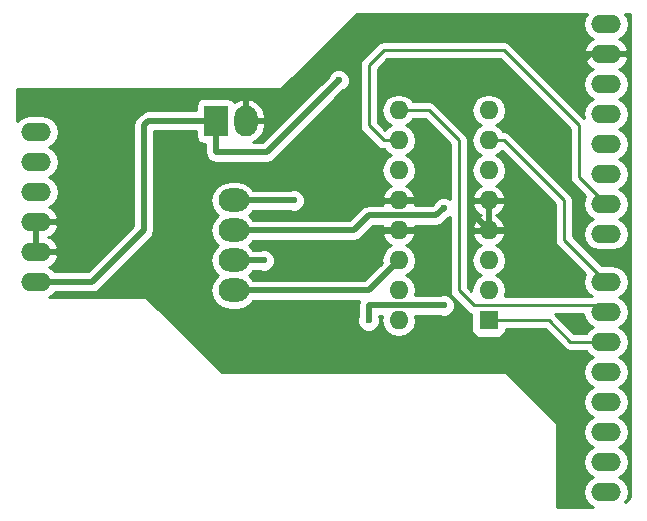
<source format=gtl>
G04 #@! TF.FileFunction,Copper,L1,Top,Signal*
%FSLAX46Y46*%
G04 Gerber Fmt 4.6, Leading zero omitted, Abs format (unit mm)*
G04 Created by KiCad (PCBNEW 4.0.6) date Wed Jun 28 23:47:14 2017*
%MOMM*%
%LPD*%
G01*
G04 APERTURE LIST*
%ADD10C,0.100000*%
%ADD11O,2.540000X1.524000*%
%ADD12R,1.600000X1.600000*%
%ADD13O,1.600000X1.600000*%
%ADD14O,2.600000X2.000000*%
%ADD15R,2.000000X2.600000*%
%ADD16O,2.000000X2.600000*%
%ADD17C,0.600000*%
%ADD18C,0.508000*%
%ADD19C,0.250000*%
%ADD20C,0.254000*%
G04 APERTURE END LIST*
D10*
D11*
X157251400Y-99606100D03*
X157251400Y-97066100D03*
X157251400Y-94526100D03*
X157251400Y-89446100D03*
X157251400Y-86906100D03*
X205511400Y-117386100D03*
X205511400Y-114846100D03*
X205511400Y-112306100D03*
X205511400Y-109766100D03*
X205511400Y-107226100D03*
X205511400Y-104686100D03*
X205511400Y-102146100D03*
X205511400Y-99606100D03*
X205511400Y-95542100D03*
X205511400Y-93002100D03*
X205511400Y-90462100D03*
X205511400Y-87922100D03*
X205511400Y-85382100D03*
X205511400Y-82842100D03*
X205511400Y-80302100D03*
X205511400Y-77762100D03*
X157251400Y-91986100D03*
D12*
X195580000Y-102870000D03*
D13*
X187960000Y-85090000D03*
X195580000Y-100330000D03*
X187960000Y-87630000D03*
X195580000Y-97790000D03*
X187960000Y-90170000D03*
X195580000Y-95250000D03*
X187960000Y-92710000D03*
X195580000Y-92710000D03*
X187960000Y-95250000D03*
X195580000Y-90170000D03*
X187960000Y-97790000D03*
X195580000Y-87630000D03*
X187960000Y-100330000D03*
X195580000Y-85090000D03*
X187960000Y-102870000D03*
D14*
X173990000Y-100330000D03*
X173990000Y-97790000D03*
X173990000Y-95250000D03*
X173990000Y-92710000D03*
D15*
X172466000Y-85979000D03*
D16*
X175006000Y-85979000D03*
D17*
X179070000Y-92710000D03*
X191770000Y-101600000D03*
X185420000Y-102870000D03*
X191770000Y-93345000D03*
X176530000Y-97790000D03*
X181610000Y-86360000D03*
X179070000Y-88900000D03*
X182880000Y-93980000D03*
X184150000Y-97790000D03*
X162560000Y-86360000D03*
X162560000Y-90170000D03*
X165100000Y-92710000D03*
X161290000Y-97790000D03*
X179705000Y-83820000D03*
X182245000Y-81280000D03*
X187325000Y-81280000D03*
X197485000Y-86360000D03*
X201930000Y-90170000D03*
X201930000Y-86995000D03*
X196215000Y-81915000D03*
X202565000Y-81915000D03*
X200025000Y-97790000D03*
X200025000Y-97790000D03*
X202565000Y-102870000D03*
X199390000Y-107950000D03*
X202565000Y-109220000D03*
X202565000Y-106045000D03*
X202565000Y-99695000D03*
X191135000Y-89535000D03*
X189865000Y-90170000D03*
X191135000Y-90805000D03*
X189865000Y-91440000D03*
X191135000Y-92075000D03*
X189865000Y-92710000D03*
X198120000Y-91440000D03*
X196850000Y-91440000D03*
X198120000Y-92710000D03*
X196850000Y-93980000D03*
X198120000Y-93980000D03*
X198120000Y-95250000D03*
X194310000Y-93980000D03*
X191135000Y-97790000D03*
X189865000Y-97790000D03*
X189865000Y-96520000D03*
X191135000Y-96520000D03*
X191135000Y-95250000D03*
X189865000Y-95250000D03*
X174625000Y-90170000D03*
X177165000Y-85725000D03*
X160020000Y-93980000D03*
X182880000Y-82550000D03*
D18*
X185420000Y-102870000D02*
X185420000Y-101600000D01*
X185420000Y-101600000D02*
X191770000Y-101600000D01*
X173990000Y-92710000D02*
X179070000Y-92710000D01*
D19*
X173990000Y-92710000D02*
X174290000Y-92710000D01*
D18*
X191135000Y-93980000D02*
X191770000Y-93345000D01*
X191135000Y-93980000D02*
X185420000Y-93980000D01*
X185420000Y-93980000D02*
X184150000Y-95250000D01*
X184150000Y-95250000D02*
X173990000Y-95250000D01*
X187960000Y-97790000D02*
X185420000Y-100330000D01*
X173990000Y-100330000D02*
X175798000Y-100330000D01*
X175798000Y-100330000D02*
X185420000Y-100330000D01*
X176530000Y-97790000D02*
X173990000Y-97790000D01*
D19*
X195580000Y-102870000D02*
X200660000Y-102870000D01*
X200660000Y-102870000D02*
X202476100Y-104686100D01*
X202476100Y-104686100D02*
X205511400Y-104686100D01*
X187960000Y-85090000D02*
X190500000Y-85090000D01*
X194310000Y-101600000D02*
X204965300Y-101600000D01*
X193040000Y-100330000D02*
X194310000Y-101600000D01*
X193040000Y-87630000D02*
X193040000Y-100330000D01*
X190500000Y-85090000D02*
X193040000Y-87630000D01*
X204965300Y-101600000D02*
X205511400Y-102146100D01*
X195580000Y-87630000D02*
X196850000Y-87630000D01*
X201930000Y-96024700D02*
X205511400Y-99606100D01*
X201930000Y-92710000D02*
X201930000Y-96024700D01*
X196850000Y-87630000D02*
X201930000Y-92710000D01*
X187960000Y-87630000D02*
X186690000Y-87630000D01*
X203200000Y-90690700D02*
X205511400Y-93002100D01*
X203200000Y-86360000D02*
X203200000Y-90690700D01*
X196850000Y-80010000D02*
X203200000Y-86360000D01*
X186690000Y-80010000D02*
X196850000Y-80010000D01*
X185420000Y-81280000D02*
X186690000Y-80010000D01*
X185420000Y-86360000D02*
X185420000Y-81280000D01*
X186690000Y-87630000D02*
X185420000Y-86360000D01*
D18*
X179070000Y-88900000D02*
X181610000Y-86360000D01*
X187960000Y-95250000D02*
X186690000Y-95250000D01*
X186690000Y-95250000D02*
X184150000Y-97790000D01*
X162560000Y-90170000D02*
X162560000Y-86360000D01*
X161290000Y-97790000D02*
X161290000Y-96520000D01*
X161290000Y-96520000D02*
X165100000Y-92710000D01*
X179705000Y-83820000D02*
X182245000Y-81280000D01*
X201930000Y-90170000D02*
X201295000Y-90170000D01*
X201295000Y-90170000D02*
X197485000Y-86360000D01*
X196850000Y-81915000D02*
X201930000Y-86995000D01*
X196215000Y-81915000D02*
X196850000Y-81915000D01*
X205511400Y-80302100D02*
X204177900Y-80302100D01*
X204177900Y-80302100D02*
X202565000Y-81915000D01*
X202565000Y-99695000D02*
X201930000Y-99695000D01*
X201930000Y-99695000D02*
X200025000Y-97790000D01*
X202565000Y-106045000D02*
X202565000Y-109220000D01*
X198120000Y-95250000D02*
X202565000Y-99695000D01*
X191135000Y-90805000D02*
X190500000Y-90805000D01*
X190500000Y-90805000D02*
X189865000Y-90170000D01*
X191135000Y-92075000D02*
X190500000Y-92075000D01*
X190500000Y-92075000D02*
X189865000Y-91440000D01*
X187960000Y-92710000D02*
X189865000Y-92710000D01*
X196850000Y-93980000D02*
X198120000Y-92710000D01*
X198120000Y-95250000D02*
X198120000Y-93980000D01*
X195580000Y-95250000D02*
X198120000Y-95250000D01*
X195580000Y-95250000D02*
X194310000Y-93980000D01*
X189865000Y-96520000D02*
X189865000Y-97790000D01*
X191135000Y-95250000D02*
X191135000Y-96520000D01*
X187960000Y-95250000D02*
X189865000Y-95250000D01*
X175006000Y-85979000D02*
X176911000Y-85979000D01*
X176911000Y-85979000D02*
X177165000Y-85725000D01*
X172466000Y-85979000D02*
X166751000Y-85979000D01*
X166751000Y-85979000D02*
X166370000Y-86360000D01*
X166370000Y-95250000D02*
X162013900Y-99606100D01*
X166370000Y-86360000D02*
X166370000Y-95250000D01*
X162013900Y-99606100D02*
X157251400Y-99606100D01*
X172466000Y-88646000D02*
X176784000Y-88646000D01*
X176784000Y-88646000D02*
X180340000Y-85090000D01*
X172466000Y-85979000D02*
X172466000Y-88646000D01*
X182880000Y-82550000D02*
X180340000Y-85090000D01*
X157251400Y-99606100D02*
X157759400Y-99606100D01*
D20*
G36*
X203675419Y-77227491D02*
X203569079Y-77762100D01*
X203675419Y-78296709D01*
X203978251Y-78749928D01*
X204414513Y-79041430D01*
X204351459Y-79060041D01*
X203925770Y-79404074D01*
X203664140Y-79884823D01*
X203649180Y-79959030D01*
X203771680Y-80175100D01*
X205384400Y-80175100D01*
X205384400Y-80155100D01*
X205638400Y-80155100D01*
X205638400Y-80175100D01*
X207251120Y-80175100D01*
X207373620Y-79959030D01*
X207358660Y-79884823D01*
X207097030Y-79404074D01*
X206671341Y-79060041D01*
X206608287Y-79041430D01*
X207044549Y-78749928D01*
X207347381Y-78296709D01*
X207453721Y-77762100D01*
X207347381Y-77227491D01*
X207135240Y-76910000D01*
X207570000Y-76910000D01*
X207570000Y-117815908D01*
X207110133Y-118275775D01*
X207347381Y-117920709D01*
X207453721Y-117386100D01*
X207347381Y-116851491D01*
X207044549Y-116398272D01*
X206622250Y-116116100D01*
X207044549Y-115833928D01*
X207347381Y-115380709D01*
X207453721Y-114846100D01*
X207347381Y-114311491D01*
X207044549Y-113858272D01*
X206622250Y-113576100D01*
X207044549Y-113293928D01*
X207347381Y-112840709D01*
X207453721Y-112306100D01*
X207347381Y-111771491D01*
X207044549Y-111318272D01*
X206622250Y-111036100D01*
X207044549Y-110753928D01*
X207347381Y-110300709D01*
X207453721Y-109766100D01*
X207347381Y-109231491D01*
X207044549Y-108778272D01*
X206622250Y-108496100D01*
X207044549Y-108213928D01*
X207347381Y-107760709D01*
X207453721Y-107226100D01*
X207347381Y-106691491D01*
X207044549Y-106238272D01*
X206622250Y-105956100D01*
X207044549Y-105673928D01*
X207347381Y-105220709D01*
X207453721Y-104686100D01*
X207347381Y-104151491D01*
X207044549Y-103698272D01*
X206622250Y-103416100D01*
X207044549Y-103133928D01*
X207347381Y-102680709D01*
X207453721Y-102146100D01*
X207347381Y-101611491D01*
X207044549Y-101158272D01*
X206622250Y-100876100D01*
X207044549Y-100593928D01*
X207347381Y-100140709D01*
X207453721Y-99606100D01*
X207347381Y-99071491D01*
X207044549Y-98618272D01*
X206591330Y-98315440D01*
X206056721Y-98209100D01*
X205189202Y-98209100D01*
X202690000Y-95709898D01*
X202690000Y-92710000D01*
X202632148Y-92419161D01*
X202467401Y-92172599D01*
X197387401Y-87092599D01*
X197140839Y-86927852D01*
X196850000Y-86870000D01*
X196792995Y-86870000D01*
X196622811Y-86615302D01*
X196240725Y-86360000D01*
X196622811Y-86104698D01*
X196933880Y-85639151D01*
X197043113Y-85090000D01*
X196933880Y-84540849D01*
X196622811Y-84075302D01*
X196157264Y-83764233D01*
X195608113Y-83655000D01*
X195551887Y-83655000D01*
X195002736Y-83764233D01*
X194537189Y-84075302D01*
X194226120Y-84540849D01*
X194116887Y-85090000D01*
X194226120Y-85639151D01*
X194537189Y-86104698D01*
X194919275Y-86360000D01*
X194537189Y-86615302D01*
X194226120Y-87080849D01*
X194116887Y-87630000D01*
X194226120Y-88179151D01*
X194537189Y-88644698D01*
X194919275Y-88900000D01*
X194537189Y-89155302D01*
X194226120Y-89620849D01*
X194116887Y-90170000D01*
X194226120Y-90719151D01*
X194537189Y-91184698D01*
X194941703Y-91454986D01*
X194724866Y-91557611D01*
X194348959Y-91972577D01*
X194188096Y-92360961D01*
X194310085Y-92583000D01*
X195453000Y-92583000D01*
X195453000Y-92563000D01*
X195707000Y-92563000D01*
X195707000Y-92583000D01*
X196849915Y-92583000D01*
X196971904Y-92360961D01*
X196811041Y-91972577D01*
X196435134Y-91557611D01*
X196218297Y-91454986D01*
X196622811Y-91184698D01*
X196933880Y-90719151D01*
X197043113Y-90170000D01*
X196933880Y-89620849D01*
X196622811Y-89155302D01*
X196240725Y-88900000D01*
X196622811Y-88644698D01*
X196689736Y-88544538D01*
X201170000Y-93024802D01*
X201170000Y-96024700D01*
X201227852Y-96315539D01*
X201392599Y-96562101D01*
X203766170Y-98935672D01*
X203675419Y-99071491D01*
X203569079Y-99606100D01*
X203675419Y-100140709D01*
X203978251Y-100593928D01*
X204346523Y-100840000D01*
X196941668Y-100840000D01*
X197043113Y-100330000D01*
X196933880Y-99780849D01*
X196622811Y-99315302D01*
X196240725Y-99060000D01*
X196622811Y-98804698D01*
X196933880Y-98339151D01*
X197043113Y-97790000D01*
X196933880Y-97240849D01*
X196622811Y-96775302D01*
X196218297Y-96505014D01*
X196435134Y-96402389D01*
X196811041Y-95987423D01*
X196971904Y-95599039D01*
X196849915Y-95377000D01*
X195707000Y-95377000D01*
X195707000Y-95397000D01*
X195453000Y-95397000D01*
X195453000Y-95377000D01*
X194310085Y-95377000D01*
X194188096Y-95599039D01*
X194348959Y-95987423D01*
X194724866Y-96402389D01*
X194941703Y-96505014D01*
X194537189Y-96775302D01*
X194226120Y-97240849D01*
X194116887Y-97790000D01*
X194226120Y-98339151D01*
X194537189Y-98804698D01*
X194919275Y-99060000D01*
X194537189Y-99315302D01*
X194226120Y-99780849D01*
X194116887Y-100330000D01*
X194117405Y-100332603D01*
X193800000Y-100015198D01*
X193800000Y-93059039D01*
X194188096Y-93059039D01*
X194348959Y-93447423D01*
X194724866Y-93862389D01*
X194973367Y-93980000D01*
X194724866Y-94097611D01*
X194348959Y-94512577D01*
X194188096Y-94900961D01*
X194310085Y-95123000D01*
X195453000Y-95123000D01*
X195453000Y-92837000D01*
X195707000Y-92837000D01*
X195707000Y-95123000D01*
X196849915Y-95123000D01*
X196971904Y-94900961D01*
X196811041Y-94512577D01*
X196435134Y-94097611D01*
X196186633Y-93980000D01*
X196435134Y-93862389D01*
X196811041Y-93447423D01*
X196971904Y-93059039D01*
X196849915Y-92837000D01*
X195707000Y-92837000D01*
X195453000Y-92837000D01*
X194310085Y-92837000D01*
X194188096Y-93059039D01*
X193800000Y-93059039D01*
X193800000Y-87630000D01*
X193742148Y-87339161D01*
X193742148Y-87339160D01*
X193577401Y-87092599D01*
X191037401Y-84552599D01*
X190790839Y-84387852D01*
X190500000Y-84330000D01*
X189172995Y-84330000D01*
X189002811Y-84075302D01*
X188537264Y-83764233D01*
X187988113Y-83655000D01*
X187931887Y-83655000D01*
X187382736Y-83764233D01*
X186917189Y-84075302D01*
X186606120Y-84540849D01*
X186496887Y-85090000D01*
X186606120Y-85639151D01*
X186917189Y-86104698D01*
X187299275Y-86360000D01*
X186917189Y-86615302D01*
X186850264Y-86715462D01*
X186180000Y-86045198D01*
X186180000Y-81594802D01*
X187004802Y-80770000D01*
X196535198Y-80770000D01*
X202440000Y-86674802D01*
X202440000Y-90690700D01*
X202497852Y-90981539D01*
X202662599Y-91228101D01*
X203766170Y-92331672D01*
X203675419Y-92467491D01*
X203569079Y-93002100D01*
X203675419Y-93536709D01*
X203978251Y-93989928D01*
X204400550Y-94272100D01*
X203978251Y-94554272D01*
X203675419Y-95007491D01*
X203569079Y-95542100D01*
X203675419Y-96076709D01*
X203978251Y-96529928D01*
X204431470Y-96832760D01*
X204966079Y-96939100D01*
X206056721Y-96939100D01*
X206591330Y-96832760D01*
X207044549Y-96529928D01*
X207347381Y-96076709D01*
X207453721Y-95542100D01*
X207347381Y-95007491D01*
X207044549Y-94554272D01*
X206622250Y-94272100D01*
X207044549Y-93989928D01*
X207347381Y-93536709D01*
X207453721Y-93002100D01*
X207347381Y-92467491D01*
X207044549Y-92014272D01*
X206622250Y-91732100D01*
X207044549Y-91449928D01*
X207347381Y-90996709D01*
X207453721Y-90462100D01*
X207347381Y-89927491D01*
X207044549Y-89474272D01*
X206622250Y-89192100D01*
X207044549Y-88909928D01*
X207347381Y-88456709D01*
X207453721Y-87922100D01*
X207347381Y-87387491D01*
X207044549Y-86934272D01*
X206622250Y-86652100D01*
X207044549Y-86369928D01*
X207347381Y-85916709D01*
X207453721Y-85382100D01*
X207347381Y-84847491D01*
X207044549Y-84394272D01*
X206622250Y-84112100D01*
X207044549Y-83829928D01*
X207347381Y-83376709D01*
X207453721Y-82842100D01*
X207347381Y-82307491D01*
X207044549Y-81854272D01*
X206608287Y-81562770D01*
X206671341Y-81544159D01*
X207097030Y-81200126D01*
X207358660Y-80719377D01*
X207373620Y-80645170D01*
X207251120Y-80429100D01*
X205638400Y-80429100D01*
X205638400Y-80449100D01*
X205384400Y-80449100D01*
X205384400Y-80429100D01*
X203771680Y-80429100D01*
X203649180Y-80645170D01*
X203664140Y-80719377D01*
X203925770Y-81200126D01*
X204351459Y-81544159D01*
X204414513Y-81562770D01*
X203978251Y-81854272D01*
X203675419Y-82307491D01*
X203569079Y-82842100D01*
X203675419Y-83376709D01*
X203978251Y-83829928D01*
X204400550Y-84112100D01*
X203978251Y-84394272D01*
X203675419Y-84847491D01*
X203569079Y-85382100D01*
X203636661Y-85721859D01*
X197387401Y-79472599D01*
X197140839Y-79307852D01*
X196850000Y-79250000D01*
X186690000Y-79250000D01*
X186399160Y-79307852D01*
X186152599Y-79472599D01*
X184882599Y-80742599D01*
X184717852Y-80989161D01*
X184660000Y-81280000D01*
X184660000Y-86360000D01*
X184717852Y-86650839D01*
X184882599Y-86897401D01*
X186152599Y-88167401D01*
X186399160Y-88332148D01*
X186690000Y-88390000D01*
X186747005Y-88390000D01*
X186917189Y-88644698D01*
X187299275Y-88900000D01*
X186917189Y-89155302D01*
X186606120Y-89620849D01*
X186496887Y-90170000D01*
X186606120Y-90719151D01*
X186917189Y-91184698D01*
X187321703Y-91454986D01*
X187104866Y-91557611D01*
X186728959Y-91972577D01*
X186568096Y-92360961D01*
X186690085Y-92583000D01*
X187833000Y-92583000D01*
X187833000Y-92563000D01*
X188087000Y-92563000D01*
X188087000Y-92583000D01*
X189229915Y-92583000D01*
X189351904Y-92360961D01*
X189191041Y-91972577D01*
X188815134Y-91557611D01*
X188598297Y-91454986D01*
X189002811Y-91184698D01*
X189313880Y-90719151D01*
X189423113Y-90170000D01*
X189313880Y-89620849D01*
X189002811Y-89155302D01*
X188620725Y-88900000D01*
X189002811Y-88644698D01*
X189313880Y-88179151D01*
X189423113Y-87630000D01*
X189313880Y-87080849D01*
X189002811Y-86615302D01*
X188620725Y-86360000D01*
X189002811Y-86104698D01*
X189172995Y-85850000D01*
X190185198Y-85850000D01*
X192280000Y-87944802D01*
X192280000Y-92544367D01*
X191956799Y-92410162D01*
X191584833Y-92409838D01*
X191241057Y-92551883D01*
X190977808Y-92814673D01*
X190931451Y-92926313D01*
X190766764Y-93091000D01*
X189338666Y-93091000D01*
X189351904Y-93059039D01*
X189229915Y-92837000D01*
X188087000Y-92837000D01*
X188087000Y-92857000D01*
X187833000Y-92857000D01*
X187833000Y-92837000D01*
X186690085Y-92837000D01*
X186568096Y-93059039D01*
X186581334Y-93091000D01*
X185420000Y-93091000D01*
X185079794Y-93158671D01*
X184903062Y-93276760D01*
X184791382Y-93351382D01*
X183781764Y-94361000D01*
X175662512Y-94361000D01*
X175484029Y-94093880D01*
X175313595Y-93980000D01*
X175484029Y-93866120D01*
X175662512Y-93599000D01*
X178772811Y-93599000D01*
X178883201Y-93644838D01*
X179255167Y-93645162D01*
X179598943Y-93503117D01*
X179862192Y-93240327D01*
X180004838Y-92896799D01*
X180005162Y-92524833D01*
X179863117Y-92181057D01*
X179600327Y-91917808D01*
X179256799Y-91775162D01*
X178884833Y-91774838D01*
X178773112Y-91821000D01*
X175662512Y-91821000D01*
X175484029Y-91553880D01*
X174953596Y-91199457D01*
X174327909Y-91075000D01*
X173652091Y-91075000D01*
X173026404Y-91199457D01*
X172495971Y-91553880D01*
X172141548Y-92084313D01*
X172017091Y-92710000D01*
X172141548Y-93335687D01*
X172495971Y-93866120D01*
X172666405Y-93980000D01*
X172495971Y-94093880D01*
X172141548Y-94624313D01*
X172017091Y-95250000D01*
X172141548Y-95875687D01*
X172495971Y-96406120D01*
X172666405Y-96520000D01*
X172495971Y-96633880D01*
X172141548Y-97164313D01*
X172017091Y-97790000D01*
X172141548Y-98415687D01*
X172495971Y-98946120D01*
X172666405Y-99060000D01*
X172495971Y-99173880D01*
X172141548Y-99704313D01*
X172017091Y-100330000D01*
X172141548Y-100955687D01*
X172495971Y-101486120D01*
X173026404Y-101840543D01*
X173652091Y-101965000D01*
X174327909Y-101965000D01*
X174953596Y-101840543D01*
X175484029Y-101486120D01*
X175662512Y-101219000D01*
X184625929Y-101219000D01*
X184598671Y-101259794D01*
X184531000Y-101600000D01*
X184531000Y-102572811D01*
X184485162Y-102683201D01*
X184484838Y-103055167D01*
X184626883Y-103398943D01*
X184889673Y-103662192D01*
X185233201Y-103804838D01*
X185605167Y-103805162D01*
X185948943Y-103663117D01*
X186212192Y-103400327D01*
X186354838Y-103056799D01*
X186355162Y-102684833D01*
X186309000Y-102573112D01*
X186309000Y-102489000D01*
X186572673Y-102489000D01*
X186496887Y-102870000D01*
X186606120Y-103419151D01*
X186917189Y-103884698D01*
X187382736Y-104195767D01*
X187931887Y-104305000D01*
X187988113Y-104305000D01*
X188537264Y-104195767D01*
X189002811Y-103884698D01*
X189313880Y-103419151D01*
X189423113Y-102870000D01*
X189347327Y-102489000D01*
X191472811Y-102489000D01*
X191583201Y-102534838D01*
X191955167Y-102535162D01*
X192298943Y-102393117D01*
X192562192Y-102130327D01*
X192704838Y-101786799D01*
X192705162Y-101414833D01*
X192563117Y-101071057D01*
X192300327Y-100807808D01*
X191956799Y-100665162D01*
X191584833Y-100664838D01*
X191473112Y-100711000D01*
X189347327Y-100711000D01*
X189423113Y-100330000D01*
X189313880Y-99780849D01*
X189002811Y-99315302D01*
X188620725Y-99060000D01*
X189002811Y-98804698D01*
X189313880Y-98339151D01*
X189423113Y-97790000D01*
X189313880Y-97240849D01*
X189002811Y-96775302D01*
X188598297Y-96505014D01*
X188815134Y-96402389D01*
X189191041Y-95987423D01*
X189351904Y-95599039D01*
X189229915Y-95377000D01*
X188087000Y-95377000D01*
X188087000Y-95397000D01*
X187833000Y-95397000D01*
X187833000Y-95377000D01*
X186690085Y-95377000D01*
X186568096Y-95599039D01*
X186728959Y-95987423D01*
X187104866Y-96402389D01*
X187321703Y-96505014D01*
X186917189Y-96775302D01*
X186606120Y-97240849D01*
X186496887Y-97790000D01*
X186531044Y-97961720D01*
X185051764Y-99441000D01*
X175662512Y-99441000D01*
X175484029Y-99173880D01*
X175313595Y-99060000D01*
X175484029Y-98946120D01*
X175662512Y-98679000D01*
X176232811Y-98679000D01*
X176343201Y-98724838D01*
X176715167Y-98725162D01*
X177058943Y-98583117D01*
X177322192Y-98320327D01*
X177464838Y-97976799D01*
X177465162Y-97604833D01*
X177323117Y-97261057D01*
X177060327Y-96997808D01*
X176716799Y-96855162D01*
X176344833Y-96854838D01*
X176233112Y-96901000D01*
X175662512Y-96901000D01*
X175484029Y-96633880D01*
X175313595Y-96520000D01*
X175484029Y-96406120D01*
X175662512Y-96139000D01*
X184150000Y-96139000D01*
X184490206Y-96071329D01*
X184778618Y-95878618D01*
X185788236Y-94869000D01*
X186581334Y-94869000D01*
X186568096Y-94900961D01*
X186690085Y-95123000D01*
X187833000Y-95123000D01*
X187833000Y-95103000D01*
X188087000Y-95103000D01*
X188087000Y-95123000D01*
X189229915Y-95123000D01*
X189351904Y-94900961D01*
X189338666Y-94869000D01*
X191135000Y-94869000D01*
X191475206Y-94801329D01*
X191763618Y-94608618D01*
X192188474Y-94183762D01*
X192280000Y-94145944D01*
X192280000Y-100330000D01*
X192337852Y-100620839D01*
X192502599Y-100867401D01*
X193772599Y-102137401D01*
X194019160Y-102302148D01*
X194132560Y-102324705D01*
X194132560Y-103670000D01*
X194176838Y-103905317D01*
X194315910Y-104121441D01*
X194528110Y-104266431D01*
X194780000Y-104317440D01*
X196380000Y-104317440D01*
X196615317Y-104273162D01*
X196831441Y-104134090D01*
X196976431Y-103921890D01*
X197027440Y-103670000D01*
X197027440Y-103630000D01*
X200345198Y-103630000D01*
X201938699Y-105223501D01*
X202185260Y-105388248D01*
X202476100Y-105446100D01*
X203826021Y-105446100D01*
X203978251Y-105673928D01*
X204400550Y-105956100D01*
X203978251Y-106238272D01*
X203675419Y-106691491D01*
X203569079Y-107226100D01*
X203675419Y-107760709D01*
X203978251Y-108213928D01*
X204400550Y-108496100D01*
X203978251Y-108778272D01*
X203675419Y-109231491D01*
X203569079Y-109766100D01*
X203675419Y-110300709D01*
X203978251Y-110753928D01*
X204400550Y-111036100D01*
X203978251Y-111318272D01*
X203675419Y-111771491D01*
X203569079Y-112306100D01*
X203675419Y-112840709D01*
X203978251Y-113293928D01*
X204400550Y-113576100D01*
X203978251Y-113858272D01*
X203675419Y-114311491D01*
X203569079Y-114846100D01*
X203675419Y-115380709D01*
X203978251Y-115833928D01*
X204400550Y-116116100D01*
X203978251Y-116398272D01*
X203675419Y-116851491D01*
X203569079Y-117386100D01*
X203675419Y-117920709D01*
X203978251Y-118373928D01*
X204421353Y-118670000D01*
X201370000Y-118670000D01*
X201370000Y-111760000D01*
X201315954Y-111488295D01*
X201162046Y-111257954D01*
X197352046Y-107447954D01*
X197121705Y-107294046D01*
X196850000Y-107240000D01*
X173014092Y-107240000D01*
X166872046Y-101097954D01*
X166641705Y-100944046D01*
X166370000Y-100890000D01*
X158341447Y-100890000D01*
X158784549Y-100593928D01*
X158850584Y-100495100D01*
X162013900Y-100495100D01*
X162354106Y-100427429D01*
X162642518Y-100234718D01*
X166998618Y-95878618D01*
X167072424Y-95768159D01*
X167191329Y-95590206D01*
X167259000Y-95250000D01*
X167259000Y-86868000D01*
X170818560Y-86868000D01*
X170818560Y-87279000D01*
X170862838Y-87514317D01*
X171001910Y-87730441D01*
X171214110Y-87875431D01*
X171466000Y-87926440D01*
X171577000Y-87926440D01*
X171577000Y-88646000D01*
X171644671Y-88986206D01*
X171837382Y-89274618D01*
X172125794Y-89467329D01*
X172466000Y-89535000D01*
X176784000Y-89535000D01*
X177124206Y-89467329D01*
X177412618Y-89274618D01*
X183298474Y-83388762D01*
X183408943Y-83343117D01*
X183672192Y-83080327D01*
X183814838Y-82736799D01*
X183815162Y-82364833D01*
X183673117Y-82021057D01*
X183410327Y-81757808D01*
X183066799Y-81615162D01*
X182694833Y-81614838D01*
X182351057Y-81756883D01*
X182087808Y-82019673D01*
X182041451Y-82131313D01*
X176415764Y-87757000D01*
X175658902Y-87757000D01*
X176072317Y-87524922D01*
X176467942Y-87022020D01*
X176641000Y-86406000D01*
X176641000Y-86106000D01*
X175133000Y-86106000D01*
X175133000Y-86126000D01*
X174879000Y-86126000D01*
X174879000Y-86106000D01*
X174859000Y-86106000D01*
X174859000Y-85852000D01*
X174879000Y-85852000D01*
X174879000Y-84208223D01*
X175133000Y-84208223D01*
X175133000Y-85852000D01*
X176641000Y-85852000D01*
X176641000Y-85552000D01*
X176467942Y-84935980D01*
X176072317Y-84433078D01*
X175514355Y-84119856D01*
X175386434Y-84088876D01*
X175133000Y-84208223D01*
X174879000Y-84208223D01*
X174625566Y-84088876D01*
X174497645Y-84119856D01*
X174029789Y-84382495D01*
X173930090Y-84227559D01*
X173717890Y-84082569D01*
X173466000Y-84031560D01*
X171466000Y-84031560D01*
X171230683Y-84075838D01*
X171014559Y-84214910D01*
X170869569Y-84427110D01*
X170818560Y-84679000D01*
X170818560Y-85090000D01*
X166751000Y-85090000D01*
X166410794Y-85157671D01*
X166122382Y-85350382D01*
X165741382Y-85731382D01*
X165548671Y-86019794D01*
X165481000Y-86360000D01*
X165481000Y-94881764D01*
X161645664Y-98717100D01*
X158850584Y-98717100D01*
X158784549Y-98618272D01*
X158348287Y-98326770D01*
X158411341Y-98308159D01*
X158837030Y-97964126D01*
X159098660Y-97483377D01*
X159113620Y-97409170D01*
X158991120Y-97193100D01*
X157378400Y-97193100D01*
X157378400Y-97213100D01*
X157124400Y-97213100D01*
X157124400Y-97193100D01*
X157104400Y-97193100D01*
X157104400Y-96939100D01*
X157124400Y-96939100D01*
X157124400Y-94653100D01*
X157378400Y-94653100D01*
X157378400Y-96939100D01*
X158991120Y-96939100D01*
X159113620Y-96723030D01*
X159098660Y-96648823D01*
X158837030Y-96168074D01*
X158411341Y-95824041D01*
X158316677Y-95796100D01*
X158411341Y-95768159D01*
X158837030Y-95424126D01*
X159098660Y-94943377D01*
X159113620Y-94869170D01*
X158991120Y-94653100D01*
X157378400Y-94653100D01*
X157124400Y-94653100D01*
X157104400Y-94653100D01*
X157104400Y-94399100D01*
X157124400Y-94399100D01*
X157124400Y-94379100D01*
X157378400Y-94379100D01*
X157378400Y-94399100D01*
X158991120Y-94399100D01*
X159113620Y-94183030D01*
X159098660Y-94108823D01*
X158837030Y-93628074D01*
X158411341Y-93284041D01*
X158348287Y-93265430D01*
X158784549Y-92973928D01*
X159087381Y-92520709D01*
X159193721Y-91986100D01*
X159087381Y-91451491D01*
X158784549Y-90998272D01*
X158362250Y-90716100D01*
X158784549Y-90433928D01*
X159087381Y-89980709D01*
X159193721Y-89446100D01*
X159087381Y-88911491D01*
X158784549Y-88458272D01*
X158362250Y-88176100D01*
X158784549Y-87893928D01*
X159087381Y-87440709D01*
X159193721Y-86906100D01*
X159087381Y-86371491D01*
X158784549Y-85918272D01*
X158331330Y-85615440D01*
X157796721Y-85509100D01*
X156706079Y-85509100D01*
X156171470Y-85615440D01*
X155718251Y-85918272D01*
X155650000Y-86020417D01*
X155650000Y-83260000D01*
X177800000Y-83260000D01*
X178071705Y-83205954D01*
X178302046Y-83052046D01*
X184444092Y-76910000D01*
X203887560Y-76910000D01*
X203675419Y-77227491D01*
X203675419Y-77227491D01*
G37*
X203675419Y-77227491D02*
X203569079Y-77762100D01*
X203675419Y-78296709D01*
X203978251Y-78749928D01*
X204414513Y-79041430D01*
X204351459Y-79060041D01*
X203925770Y-79404074D01*
X203664140Y-79884823D01*
X203649180Y-79959030D01*
X203771680Y-80175100D01*
X205384400Y-80175100D01*
X205384400Y-80155100D01*
X205638400Y-80155100D01*
X205638400Y-80175100D01*
X207251120Y-80175100D01*
X207373620Y-79959030D01*
X207358660Y-79884823D01*
X207097030Y-79404074D01*
X206671341Y-79060041D01*
X206608287Y-79041430D01*
X207044549Y-78749928D01*
X207347381Y-78296709D01*
X207453721Y-77762100D01*
X207347381Y-77227491D01*
X207135240Y-76910000D01*
X207570000Y-76910000D01*
X207570000Y-117815908D01*
X207110133Y-118275775D01*
X207347381Y-117920709D01*
X207453721Y-117386100D01*
X207347381Y-116851491D01*
X207044549Y-116398272D01*
X206622250Y-116116100D01*
X207044549Y-115833928D01*
X207347381Y-115380709D01*
X207453721Y-114846100D01*
X207347381Y-114311491D01*
X207044549Y-113858272D01*
X206622250Y-113576100D01*
X207044549Y-113293928D01*
X207347381Y-112840709D01*
X207453721Y-112306100D01*
X207347381Y-111771491D01*
X207044549Y-111318272D01*
X206622250Y-111036100D01*
X207044549Y-110753928D01*
X207347381Y-110300709D01*
X207453721Y-109766100D01*
X207347381Y-109231491D01*
X207044549Y-108778272D01*
X206622250Y-108496100D01*
X207044549Y-108213928D01*
X207347381Y-107760709D01*
X207453721Y-107226100D01*
X207347381Y-106691491D01*
X207044549Y-106238272D01*
X206622250Y-105956100D01*
X207044549Y-105673928D01*
X207347381Y-105220709D01*
X207453721Y-104686100D01*
X207347381Y-104151491D01*
X207044549Y-103698272D01*
X206622250Y-103416100D01*
X207044549Y-103133928D01*
X207347381Y-102680709D01*
X207453721Y-102146100D01*
X207347381Y-101611491D01*
X207044549Y-101158272D01*
X206622250Y-100876100D01*
X207044549Y-100593928D01*
X207347381Y-100140709D01*
X207453721Y-99606100D01*
X207347381Y-99071491D01*
X207044549Y-98618272D01*
X206591330Y-98315440D01*
X206056721Y-98209100D01*
X205189202Y-98209100D01*
X202690000Y-95709898D01*
X202690000Y-92710000D01*
X202632148Y-92419161D01*
X202467401Y-92172599D01*
X197387401Y-87092599D01*
X197140839Y-86927852D01*
X196850000Y-86870000D01*
X196792995Y-86870000D01*
X196622811Y-86615302D01*
X196240725Y-86360000D01*
X196622811Y-86104698D01*
X196933880Y-85639151D01*
X197043113Y-85090000D01*
X196933880Y-84540849D01*
X196622811Y-84075302D01*
X196157264Y-83764233D01*
X195608113Y-83655000D01*
X195551887Y-83655000D01*
X195002736Y-83764233D01*
X194537189Y-84075302D01*
X194226120Y-84540849D01*
X194116887Y-85090000D01*
X194226120Y-85639151D01*
X194537189Y-86104698D01*
X194919275Y-86360000D01*
X194537189Y-86615302D01*
X194226120Y-87080849D01*
X194116887Y-87630000D01*
X194226120Y-88179151D01*
X194537189Y-88644698D01*
X194919275Y-88900000D01*
X194537189Y-89155302D01*
X194226120Y-89620849D01*
X194116887Y-90170000D01*
X194226120Y-90719151D01*
X194537189Y-91184698D01*
X194941703Y-91454986D01*
X194724866Y-91557611D01*
X194348959Y-91972577D01*
X194188096Y-92360961D01*
X194310085Y-92583000D01*
X195453000Y-92583000D01*
X195453000Y-92563000D01*
X195707000Y-92563000D01*
X195707000Y-92583000D01*
X196849915Y-92583000D01*
X196971904Y-92360961D01*
X196811041Y-91972577D01*
X196435134Y-91557611D01*
X196218297Y-91454986D01*
X196622811Y-91184698D01*
X196933880Y-90719151D01*
X197043113Y-90170000D01*
X196933880Y-89620849D01*
X196622811Y-89155302D01*
X196240725Y-88900000D01*
X196622811Y-88644698D01*
X196689736Y-88544538D01*
X201170000Y-93024802D01*
X201170000Y-96024700D01*
X201227852Y-96315539D01*
X201392599Y-96562101D01*
X203766170Y-98935672D01*
X203675419Y-99071491D01*
X203569079Y-99606100D01*
X203675419Y-100140709D01*
X203978251Y-100593928D01*
X204346523Y-100840000D01*
X196941668Y-100840000D01*
X197043113Y-100330000D01*
X196933880Y-99780849D01*
X196622811Y-99315302D01*
X196240725Y-99060000D01*
X196622811Y-98804698D01*
X196933880Y-98339151D01*
X197043113Y-97790000D01*
X196933880Y-97240849D01*
X196622811Y-96775302D01*
X196218297Y-96505014D01*
X196435134Y-96402389D01*
X196811041Y-95987423D01*
X196971904Y-95599039D01*
X196849915Y-95377000D01*
X195707000Y-95377000D01*
X195707000Y-95397000D01*
X195453000Y-95397000D01*
X195453000Y-95377000D01*
X194310085Y-95377000D01*
X194188096Y-95599039D01*
X194348959Y-95987423D01*
X194724866Y-96402389D01*
X194941703Y-96505014D01*
X194537189Y-96775302D01*
X194226120Y-97240849D01*
X194116887Y-97790000D01*
X194226120Y-98339151D01*
X194537189Y-98804698D01*
X194919275Y-99060000D01*
X194537189Y-99315302D01*
X194226120Y-99780849D01*
X194116887Y-100330000D01*
X194117405Y-100332603D01*
X193800000Y-100015198D01*
X193800000Y-93059039D01*
X194188096Y-93059039D01*
X194348959Y-93447423D01*
X194724866Y-93862389D01*
X194973367Y-93980000D01*
X194724866Y-94097611D01*
X194348959Y-94512577D01*
X194188096Y-94900961D01*
X194310085Y-95123000D01*
X195453000Y-95123000D01*
X195453000Y-92837000D01*
X195707000Y-92837000D01*
X195707000Y-95123000D01*
X196849915Y-95123000D01*
X196971904Y-94900961D01*
X196811041Y-94512577D01*
X196435134Y-94097611D01*
X196186633Y-93980000D01*
X196435134Y-93862389D01*
X196811041Y-93447423D01*
X196971904Y-93059039D01*
X196849915Y-92837000D01*
X195707000Y-92837000D01*
X195453000Y-92837000D01*
X194310085Y-92837000D01*
X194188096Y-93059039D01*
X193800000Y-93059039D01*
X193800000Y-87630000D01*
X193742148Y-87339161D01*
X193742148Y-87339160D01*
X193577401Y-87092599D01*
X191037401Y-84552599D01*
X190790839Y-84387852D01*
X190500000Y-84330000D01*
X189172995Y-84330000D01*
X189002811Y-84075302D01*
X188537264Y-83764233D01*
X187988113Y-83655000D01*
X187931887Y-83655000D01*
X187382736Y-83764233D01*
X186917189Y-84075302D01*
X186606120Y-84540849D01*
X186496887Y-85090000D01*
X186606120Y-85639151D01*
X186917189Y-86104698D01*
X187299275Y-86360000D01*
X186917189Y-86615302D01*
X186850264Y-86715462D01*
X186180000Y-86045198D01*
X186180000Y-81594802D01*
X187004802Y-80770000D01*
X196535198Y-80770000D01*
X202440000Y-86674802D01*
X202440000Y-90690700D01*
X202497852Y-90981539D01*
X202662599Y-91228101D01*
X203766170Y-92331672D01*
X203675419Y-92467491D01*
X203569079Y-93002100D01*
X203675419Y-93536709D01*
X203978251Y-93989928D01*
X204400550Y-94272100D01*
X203978251Y-94554272D01*
X203675419Y-95007491D01*
X203569079Y-95542100D01*
X203675419Y-96076709D01*
X203978251Y-96529928D01*
X204431470Y-96832760D01*
X204966079Y-96939100D01*
X206056721Y-96939100D01*
X206591330Y-96832760D01*
X207044549Y-96529928D01*
X207347381Y-96076709D01*
X207453721Y-95542100D01*
X207347381Y-95007491D01*
X207044549Y-94554272D01*
X206622250Y-94272100D01*
X207044549Y-93989928D01*
X207347381Y-93536709D01*
X207453721Y-93002100D01*
X207347381Y-92467491D01*
X207044549Y-92014272D01*
X206622250Y-91732100D01*
X207044549Y-91449928D01*
X207347381Y-90996709D01*
X207453721Y-90462100D01*
X207347381Y-89927491D01*
X207044549Y-89474272D01*
X206622250Y-89192100D01*
X207044549Y-88909928D01*
X207347381Y-88456709D01*
X207453721Y-87922100D01*
X207347381Y-87387491D01*
X207044549Y-86934272D01*
X206622250Y-86652100D01*
X207044549Y-86369928D01*
X207347381Y-85916709D01*
X207453721Y-85382100D01*
X207347381Y-84847491D01*
X207044549Y-84394272D01*
X206622250Y-84112100D01*
X207044549Y-83829928D01*
X207347381Y-83376709D01*
X207453721Y-82842100D01*
X207347381Y-82307491D01*
X207044549Y-81854272D01*
X206608287Y-81562770D01*
X206671341Y-81544159D01*
X207097030Y-81200126D01*
X207358660Y-80719377D01*
X207373620Y-80645170D01*
X207251120Y-80429100D01*
X205638400Y-80429100D01*
X205638400Y-80449100D01*
X205384400Y-80449100D01*
X205384400Y-80429100D01*
X203771680Y-80429100D01*
X203649180Y-80645170D01*
X203664140Y-80719377D01*
X203925770Y-81200126D01*
X204351459Y-81544159D01*
X204414513Y-81562770D01*
X203978251Y-81854272D01*
X203675419Y-82307491D01*
X203569079Y-82842100D01*
X203675419Y-83376709D01*
X203978251Y-83829928D01*
X204400550Y-84112100D01*
X203978251Y-84394272D01*
X203675419Y-84847491D01*
X203569079Y-85382100D01*
X203636661Y-85721859D01*
X197387401Y-79472599D01*
X197140839Y-79307852D01*
X196850000Y-79250000D01*
X186690000Y-79250000D01*
X186399160Y-79307852D01*
X186152599Y-79472599D01*
X184882599Y-80742599D01*
X184717852Y-80989161D01*
X184660000Y-81280000D01*
X184660000Y-86360000D01*
X184717852Y-86650839D01*
X184882599Y-86897401D01*
X186152599Y-88167401D01*
X186399160Y-88332148D01*
X186690000Y-88390000D01*
X186747005Y-88390000D01*
X186917189Y-88644698D01*
X187299275Y-88900000D01*
X186917189Y-89155302D01*
X186606120Y-89620849D01*
X186496887Y-90170000D01*
X186606120Y-90719151D01*
X186917189Y-91184698D01*
X187321703Y-91454986D01*
X187104866Y-91557611D01*
X186728959Y-91972577D01*
X186568096Y-92360961D01*
X186690085Y-92583000D01*
X187833000Y-92583000D01*
X187833000Y-92563000D01*
X188087000Y-92563000D01*
X188087000Y-92583000D01*
X189229915Y-92583000D01*
X189351904Y-92360961D01*
X189191041Y-91972577D01*
X188815134Y-91557611D01*
X188598297Y-91454986D01*
X189002811Y-91184698D01*
X189313880Y-90719151D01*
X189423113Y-90170000D01*
X189313880Y-89620849D01*
X189002811Y-89155302D01*
X188620725Y-88900000D01*
X189002811Y-88644698D01*
X189313880Y-88179151D01*
X189423113Y-87630000D01*
X189313880Y-87080849D01*
X189002811Y-86615302D01*
X188620725Y-86360000D01*
X189002811Y-86104698D01*
X189172995Y-85850000D01*
X190185198Y-85850000D01*
X192280000Y-87944802D01*
X192280000Y-92544367D01*
X191956799Y-92410162D01*
X191584833Y-92409838D01*
X191241057Y-92551883D01*
X190977808Y-92814673D01*
X190931451Y-92926313D01*
X190766764Y-93091000D01*
X189338666Y-93091000D01*
X189351904Y-93059039D01*
X189229915Y-92837000D01*
X188087000Y-92837000D01*
X188087000Y-92857000D01*
X187833000Y-92857000D01*
X187833000Y-92837000D01*
X186690085Y-92837000D01*
X186568096Y-93059039D01*
X186581334Y-93091000D01*
X185420000Y-93091000D01*
X185079794Y-93158671D01*
X184903062Y-93276760D01*
X184791382Y-93351382D01*
X183781764Y-94361000D01*
X175662512Y-94361000D01*
X175484029Y-94093880D01*
X175313595Y-93980000D01*
X175484029Y-93866120D01*
X175662512Y-93599000D01*
X178772811Y-93599000D01*
X178883201Y-93644838D01*
X179255167Y-93645162D01*
X179598943Y-93503117D01*
X179862192Y-93240327D01*
X180004838Y-92896799D01*
X180005162Y-92524833D01*
X179863117Y-92181057D01*
X179600327Y-91917808D01*
X179256799Y-91775162D01*
X178884833Y-91774838D01*
X178773112Y-91821000D01*
X175662512Y-91821000D01*
X175484029Y-91553880D01*
X174953596Y-91199457D01*
X174327909Y-91075000D01*
X173652091Y-91075000D01*
X173026404Y-91199457D01*
X172495971Y-91553880D01*
X172141548Y-92084313D01*
X172017091Y-92710000D01*
X172141548Y-93335687D01*
X172495971Y-93866120D01*
X172666405Y-93980000D01*
X172495971Y-94093880D01*
X172141548Y-94624313D01*
X172017091Y-95250000D01*
X172141548Y-95875687D01*
X172495971Y-96406120D01*
X172666405Y-96520000D01*
X172495971Y-96633880D01*
X172141548Y-97164313D01*
X172017091Y-97790000D01*
X172141548Y-98415687D01*
X172495971Y-98946120D01*
X172666405Y-99060000D01*
X172495971Y-99173880D01*
X172141548Y-99704313D01*
X172017091Y-100330000D01*
X172141548Y-100955687D01*
X172495971Y-101486120D01*
X173026404Y-101840543D01*
X173652091Y-101965000D01*
X174327909Y-101965000D01*
X174953596Y-101840543D01*
X175484029Y-101486120D01*
X175662512Y-101219000D01*
X184625929Y-101219000D01*
X184598671Y-101259794D01*
X184531000Y-101600000D01*
X184531000Y-102572811D01*
X184485162Y-102683201D01*
X184484838Y-103055167D01*
X184626883Y-103398943D01*
X184889673Y-103662192D01*
X185233201Y-103804838D01*
X185605167Y-103805162D01*
X185948943Y-103663117D01*
X186212192Y-103400327D01*
X186354838Y-103056799D01*
X186355162Y-102684833D01*
X186309000Y-102573112D01*
X186309000Y-102489000D01*
X186572673Y-102489000D01*
X186496887Y-102870000D01*
X186606120Y-103419151D01*
X186917189Y-103884698D01*
X187382736Y-104195767D01*
X187931887Y-104305000D01*
X187988113Y-104305000D01*
X188537264Y-104195767D01*
X189002811Y-103884698D01*
X189313880Y-103419151D01*
X189423113Y-102870000D01*
X189347327Y-102489000D01*
X191472811Y-102489000D01*
X191583201Y-102534838D01*
X191955167Y-102535162D01*
X192298943Y-102393117D01*
X192562192Y-102130327D01*
X192704838Y-101786799D01*
X192705162Y-101414833D01*
X192563117Y-101071057D01*
X192300327Y-100807808D01*
X191956799Y-100665162D01*
X191584833Y-100664838D01*
X191473112Y-100711000D01*
X189347327Y-100711000D01*
X189423113Y-100330000D01*
X189313880Y-99780849D01*
X189002811Y-99315302D01*
X188620725Y-99060000D01*
X189002811Y-98804698D01*
X189313880Y-98339151D01*
X189423113Y-97790000D01*
X189313880Y-97240849D01*
X189002811Y-96775302D01*
X188598297Y-96505014D01*
X188815134Y-96402389D01*
X189191041Y-95987423D01*
X189351904Y-95599039D01*
X189229915Y-95377000D01*
X188087000Y-95377000D01*
X188087000Y-95397000D01*
X187833000Y-95397000D01*
X187833000Y-95377000D01*
X186690085Y-95377000D01*
X186568096Y-95599039D01*
X186728959Y-95987423D01*
X187104866Y-96402389D01*
X187321703Y-96505014D01*
X186917189Y-96775302D01*
X186606120Y-97240849D01*
X186496887Y-97790000D01*
X186531044Y-97961720D01*
X185051764Y-99441000D01*
X175662512Y-99441000D01*
X175484029Y-99173880D01*
X175313595Y-99060000D01*
X175484029Y-98946120D01*
X175662512Y-98679000D01*
X176232811Y-98679000D01*
X176343201Y-98724838D01*
X176715167Y-98725162D01*
X177058943Y-98583117D01*
X177322192Y-98320327D01*
X177464838Y-97976799D01*
X177465162Y-97604833D01*
X177323117Y-97261057D01*
X177060327Y-96997808D01*
X176716799Y-96855162D01*
X176344833Y-96854838D01*
X176233112Y-96901000D01*
X175662512Y-96901000D01*
X175484029Y-96633880D01*
X175313595Y-96520000D01*
X175484029Y-96406120D01*
X175662512Y-96139000D01*
X184150000Y-96139000D01*
X184490206Y-96071329D01*
X184778618Y-95878618D01*
X185788236Y-94869000D01*
X186581334Y-94869000D01*
X186568096Y-94900961D01*
X186690085Y-95123000D01*
X187833000Y-95123000D01*
X187833000Y-95103000D01*
X188087000Y-95103000D01*
X188087000Y-95123000D01*
X189229915Y-95123000D01*
X189351904Y-94900961D01*
X189338666Y-94869000D01*
X191135000Y-94869000D01*
X191475206Y-94801329D01*
X191763618Y-94608618D01*
X192188474Y-94183762D01*
X192280000Y-94145944D01*
X192280000Y-100330000D01*
X192337852Y-100620839D01*
X192502599Y-100867401D01*
X193772599Y-102137401D01*
X194019160Y-102302148D01*
X194132560Y-102324705D01*
X194132560Y-103670000D01*
X194176838Y-103905317D01*
X194315910Y-104121441D01*
X194528110Y-104266431D01*
X194780000Y-104317440D01*
X196380000Y-104317440D01*
X196615317Y-104273162D01*
X196831441Y-104134090D01*
X196976431Y-103921890D01*
X197027440Y-103670000D01*
X197027440Y-103630000D01*
X200345198Y-103630000D01*
X201938699Y-105223501D01*
X202185260Y-105388248D01*
X202476100Y-105446100D01*
X203826021Y-105446100D01*
X203978251Y-105673928D01*
X204400550Y-105956100D01*
X203978251Y-106238272D01*
X203675419Y-106691491D01*
X203569079Y-107226100D01*
X203675419Y-107760709D01*
X203978251Y-108213928D01*
X204400550Y-108496100D01*
X203978251Y-108778272D01*
X203675419Y-109231491D01*
X203569079Y-109766100D01*
X203675419Y-110300709D01*
X203978251Y-110753928D01*
X204400550Y-111036100D01*
X203978251Y-111318272D01*
X203675419Y-111771491D01*
X203569079Y-112306100D01*
X203675419Y-112840709D01*
X203978251Y-113293928D01*
X204400550Y-113576100D01*
X203978251Y-113858272D01*
X203675419Y-114311491D01*
X203569079Y-114846100D01*
X203675419Y-115380709D01*
X203978251Y-115833928D01*
X204400550Y-116116100D01*
X203978251Y-116398272D01*
X203675419Y-116851491D01*
X203569079Y-117386100D01*
X203675419Y-117920709D01*
X203978251Y-118373928D01*
X204421353Y-118670000D01*
X201370000Y-118670000D01*
X201370000Y-111760000D01*
X201315954Y-111488295D01*
X201162046Y-111257954D01*
X197352046Y-107447954D01*
X197121705Y-107294046D01*
X196850000Y-107240000D01*
X173014092Y-107240000D01*
X166872046Y-101097954D01*
X166641705Y-100944046D01*
X166370000Y-100890000D01*
X158341447Y-100890000D01*
X158784549Y-100593928D01*
X158850584Y-100495100D01*
X162013900Y-100495100D01*
X162354106Y-100427429D01*
X162642518Y-100234718D01*
X166998618Y-95878618D01*
X167072424Y-95768159D01*
X167191329Y-95590206D01*
X167259000Y-95250000D01*
X167259000Y-86868000D01*
X170818560Y-86868000D01*
X170818560Y-87279000D01*
X170862838Y-87514317D01*
X171001910Y-87730441D01*
X171214110Y-87875431D01*
X171466000Y-87926440D01*
X171577000Y-87926440D01*
X171577000Y-88646000D01*
X171644671Y-88986206D01*
X171837382Y-89274618D01*
X172125794Y-89467329D01*
X172466000Y-89535000D01*
X176784000Y-89535000D01*
X177124206Y-89467329D01*
X177412618Y-89274618D01*
X183298474Y-83388762D01*
X183408943Y-83343117D01*
X183672192Y-83080327D01*
X183814838Y-82736799D01*
X183815162Y-82364833D01*
X183673117Y-82021057D01*
X183410327Y-81757808D01*
X183066799Y-81615162D01*
X182694833Y-81614838D01*
X182351057Y-81756883D01*
X182087808Y-82019673D01*
X182041451Y-82131313D01*
X176415764Y-87757000D01*
X175658902Y-87757000D01*
X176072317Y-87524922D01*
X176467942Y-87022020D01*
X176641000Y-86406000D01*
X176641000Y-86106000D01*
X175133000Y-86106000D01*
X175133000Y-86126000D01*
X174879000Y-86126000D01*
X174879000Y-86106000D01*
X174859000Y-86106000D01*
X174859000Y-85852000D01*
X174879000Y-85852000D01*
X174879000Y-84208223D01*
X175133000Y-84208223D01*
X175133000Y-85852000D01*
X176641000Y-85852000D01*
X176641000Y-85552000D01*
X176467942Y-84935980D01*
X176072317Y-84433078D01*
X175514355Y-84119856D01*
X175386434Y-84088876D01*
X175133000Y-84208223D01*
X174879000Y-84208223D01*
X174625566Y-84088876D01*
X174497645Y-84119856D01*
X174029789Y-84382495D01*
X173930090Y-84227559D01*
X173717890Y-84082569D01*
X173466000Y-84031560D01*
X171466000Y-84031560D01*
X171230683Y-84075838D01*
X171014559Y-84214910D01*
X170869569Y-84427110D01*
X170818560Y-84679000D01*
X170818560Y-85090000D01*
X166751000Y-85090000D01*
X166410794Y-85157671D01*
X166122382Y-85350382D01*
X165741382Y-85731382D01*
X165548671Y-86019794D01*
X165481000Y-86360000D01*
X165481000Y-94881764D01*
X161645664Y-98717100D01*
X158850584Y-98717100D01*
X158784549Y-98618272D01*
X158348287Y-98326770D01*
X158411341Y-98308159D01*
X158837030Y-97964126D01*
X159098660Y-97483377D01*
X159113620Y-97409170D01*
X158991120Y-97193100D01*
X157378400Y-97193100D01*
X157378400Y-97213100D01*
X157124400Y-97213100D01*
X157124400Y-97193100D01*
X157104400Y-97193100D01*
X157104400Y-96939100D01*
X157124400Y-96939100D01*
X157124400Y-94653100D01*
X157378400Y-94653100D01*
X157378400Y-96939100D01*
X158991120Y-96939100D01*
X159113620Y-96723030D01*
X159098660Y-96648823D01*
X158837030Y-96168074D01*
X158411341Y-95824041D01*
X158316677Y-95796100D01*
X158411341Y-95768159D01*
X158837030Y-95424126D01*
X159098660Y-94943377D01*
X159113620Y-94869170D01*
X158991120Y-94653100D01*
X157378400Y-94653100D01*
X157124400Y-94653100D01*
X157104400Y-94653100D01*
X157104400Y-94399100D01*
X157124400Y-94399100D01*
X157124400Y-94379100D01*
X157378400Y-94379100D01*
X157378400Y-94399100D01*
X158991120Y-94399100D01*
X159113620Y-94183030D01*
X159098660Y-94108823D01*
X158837030Y-93628074D01*
X158411341Y-93284041D01*
X158348287Y-93265430D01*
X158784549Y-92973928D01*
X159087381Y-92520709D01*
X159193721Y-91986100D01*
X159087381Y-91451491D01*
X158784549Y-90998272D01*
X158362250Y-90716100D01*
X158784549Y-90433928D01*
X159087381Y-89980709D01*
X159193721Y-89446100D01*
X159087381Y-88911491D01*
X158784549Y-88458272D01*
X158362250Y-88176100D01*
X158784549Y-87893928D01*
X159087381Y-87440709D01*
X159193721Y-86906100D01*
X159087381Y-86371491D01*
X158784549Y-85918272D01*
X158331330Y-85615440D01*
X157796721Y-85509100D01*
X156706079Y-85509100D01*
X156171470Y-85615440D01*
X155718251Y-85918272D01*
X155650000Y-86020417D01*
X155650000Y-83260000D01*
X177800000Y-83260000D01*
X178071705Y-83205954D01*
X178302046Y-83052046D01*
X184444092Y-76910000D01*
X203887560Y-76910000D01*
X203675419Y-77227491D01*
G36*
X203675419Y-102680709D02*
X203978251Y-103133928D01*
X204400550Y-103416100D01*
X203978251Y-103698272D01*
X203826021Y-103926100D01*
X202790902Y-103926100D01*
X201224802Y-102360000D01*
X203611626Y-102360000D01*
X203675419Y-102680709D01*
X203675419Y-102680709D01*
G37*
X203675419Y-102680709D02*
X203978251Y-103133928D01*
X204400550Y-103416100D01*
X203978251Y-103698272D01*
X203826021Y-103926100D01*
X202790902Y-103926100D01*
X201224802Y-102360000D01*
X203611626Y-102360000D01*
X203675419Y-102680709D01*
M02*

</source>
